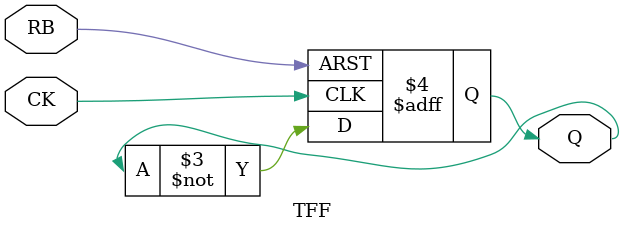
<source format=v>
module TFF ( CK, Q, RB );
    input CK, RB;
    output Q;
    reg Q;
    always @( posedge CK or negedge RB )
    begin
        if( RB == 1'b0 )
            Q <= 1'b0;
        else
            Q <= ~Q;
end
endmodule

</source>
